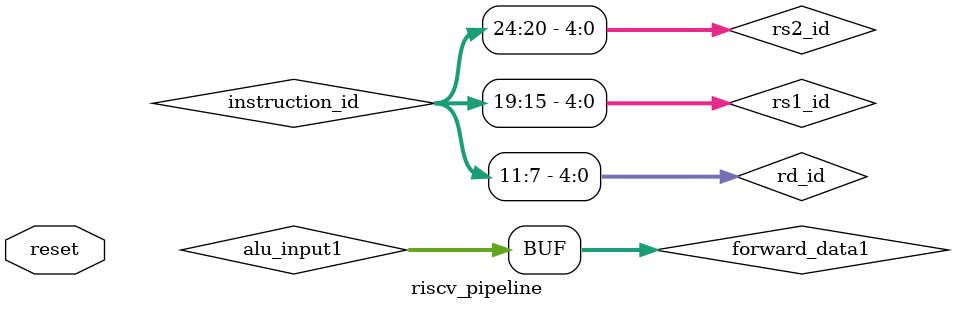
<source format=v>
`include "ClockGenerator/clock_gen.v"
`include "InstructionMemory/InstructionMemory.v"
`include "DataMemory/DataMemory.v"

`include "Registers/PC.v"
`include "Registers/Registers.v"

// ============ CONTROL ============
`include "Pipeline/ControlUnit_Pipeline.v"
`include "ImmediateGenerator/immediateG.v"
`include "Pipeline/ALU_Control_Pipeline.v"

// ============ ALU & OPERATIONS ============
`include "ALU/operations/and.v"
`include "ALU/operations/or.v"
`include "ALU/operations/srl.v"
`include "ALU/operations/sub.v"
`include "ALU/operations/sum.v"
`include "ALU/ALU.v"

// ============ MUX ============
`include "mux/mux.v"

// ============ PIPELINE REGISTERS ============
`include "Pipeline/IF_ID_Register.v"
`include "Pipeline/ID_EX_Register.v"
`include "Pipeline/EX_MEM_Register.v"
`include "Pipeline/MEM_WB_Register.v"

// ============ HAZARD CONTROL ============
`include "Pipeline/HazardDetection.v"
`include "Pipeline/ForwardingUnit.v"
`include "Pipeline/BranchControl.v"
`include "Pipeline/ForwardingMux.v"

module riscv_pipeline (
    input reset
);
    // ============ CLOCK ============
    wire clk;
    ClockGen clkgen (.clk(clk));

    // ============ CONTROL SIGNALS ============
    wire PCWrite, IF_ID_Write, ControlMux;
    wire IF_ID_Flush, ID_EX_Flush, PCSrc;

    // ============ IF STAGE ============
    wire [31:0] pc_current, pc_next, pc_plus4;
    wire [31:0] instruction_if;
    wire [31:0] branch_target_mem;
    
    // PC MUX
    mux pc_src_mux (
        .A(branch_target_mem),
        .B(pc_plus4),
        .select(PCSrc),
        .result(pc_next)
    );
    
    PC program_counter (
        .datain(pc_next),
        .dataout(pc_current),
        .enable(PCWrite),
        .reset(reset),
        .clk(clk)
    );
    
    sum pc_adder (
        .A(pc_current),
        .B(32'd4),
        .result(pc_plus4)
    );
    
    InstructionMemory inst_mem (
        .PC(pc_current),
        .instruction(instruction_if)
    );

    // ============ IF/ID REGISTER ============
    wire [31:0] pc_id, instruction_id;
    
    IF_ID_Register if_id_reg (
        .clk(clk),
        .reset(reset),
        .stall(~IF_ID_Write),
        .flush(IF_ID_Flush),
        .pc_in(pc_current),
        .instruction_in(instruction_if),
        .pc_out(pc_id),
        .instruction_out(instruction_id)
    );

    // ============ ID STAGE ============
    wire [31:0] read_data1_id, read_data2_id, immediate_id;
    wire [4:0] rs1_id, rs2_id, rd_id;
    wire [3:0] funct_id;
    
    // Control signals from control unit
    wire RegWrite_id, MemToReg_id, MemRead_id, MemWrite_id;
    wire ALUSrc_id, Branch_id, Jump_id;
    wire [1:0] ALUOp_id;
    
    assign rs1_id = instruction_id[19:15];
    assign rs2_id = instruction_id[24:20];
    assign rd_id = instruction_id[11:7];
    assign funct_id = {instruction_id[30], instruction_id[14:12]};
    
    ControlUnit_Pipeline control_unit (
        .Op(instruction_id[6:0]),
        .RegWrite(RegWrite_id),
        .MemToReg(MemToReg_id),
        .MemRead(MemRead_id),
        .MemWrite(MemWrite_id),
        .ALUSrc(ALUSrc_id),
        .Branch(Branch_id),
        .Jump(Jump_id),
        .ALUOp(ALUOp_id)
    );
    
    immediateG imm_gen (
        .instruction(instruction_id),
        .immediate(immediate_id)
    );
    
    // Write-back data (from WB stage)
    wire [31:0] write_data_wb;
    wire [4:0] rd_wb;
    wire RegWrite_wb;
    
    Registers reg_file (
        .readRegister1(rs1_id),
        .readRegister2(rs2_id),
        .writeRegister(rd_wb),
        .writeData(write_data_wb),
        .regWrite(RegWrite_wb),
        .clk(clk),
        .readData1(read_data1_id),
        .readData2(read_data2_id)
    );

    // ============ HAZARD DETECTION ============
    wire ID_EX_MemRead;
    wire [4:0] ID_EX_rd;
    
    // Inicialização para evitar valores indefinidos
    assign ID_EX_MemRead = (reset) ? 1'b0 : MemRead_ex;
    assign ID_EX_rd = (reset) ? 5'b0 : rd_ex;
    
    HazardDetection hazard_unit (
        .ID_EX_MemRead(ID_EX_MemRead),
        .ID_EX_rd(ID_EX_rd),
        .IF_ID_rs1(rs1_id),
        .IF_ID_rs2(rs2_id),
        .PCWrite(PCWrite),
        .IF_ID_Write(IF_ID_Write),
        .ControlMux(ControlMux)
    );

    // Control MUX (para inserir bolhas)
    wire RegWrite_id_mux, MemToReg_id_mux, MemRead_id_mux, MemWrite_id_mux;
    wire ALUSrc_id_mux, Branch_id_mux, Jump_id_mux;
    wire [1:0] ALUOp_id_mux;
    
    assign RegWrite_id_mux = ControlMux ? 1'b0 : RegWrite_id;
    assign MemToReg_id_mux = ControlMux ? 1'b0 : MemToReg_id;
    assign MemRead_id_mux = ControlMux ? 1'b0 : MemRead_id;
    assign MemWrite_id_mux = ControlMux ? 1'b0 : MemWrite_id;
    assign ALUSrc_id_mux = ControlMux ? 1'b0 : ALUSrc_id;
    assign Branch_id_mux = ControlMux ? 1'b0 : Branch_id;
    assign Jump_id_mux = ControlMux ? 1'b0 : Jump_id;
    assign ALUOp_id_mux = ControlMux ? 2'b00 : ALUOp_id;

    // ============ ID/EX REGISTER ============
    wire [31:0] pc_ex, read_data1_ex, read_data2_ex, immediate_ex;
    wire [4:0] rs1_ex, rs2_ex, rd_ex;
    wire [3:0] funct_ex;
    wire RegWrite_ex, MemToReg_ex, MemRead_ex, MemWrite_ex;
    wire ALUSrc_ex, Branch_ex, Jump_ex;
    wire [1:0] ALUOp_ex;
    
    ID_EX_Register id_ex_reg (
        .clk(clk),
        .reset(reset),
        .flush(ID_EX_Flush),
        .RegWrite_in(RegWrite_id_mux),
        .MemToReg_in(MemToReg_id_mux),
        .MemRead_in(MemRead_id_mux),
        .MemWrite_in(MemWrite_id_mux),
        .ALUSrc_in(ALUSrc_id_mux),
        .Branch_in(Branch_id_mux),
        .Jump_in(Jump_id_mux),
        .ALUOp_in(ALUOp_id_mux),
        .pc_in(pc_id),
        .read_data1_in(read_data1_id),
        .read_data2_in(read_data2_id),
        .immediate_in(immediate_id),
        .rs1_in(rs1_id),
        .rs2_in(rs2_id),
        .rd_in(rd_id),
        .funct_in(funct_id),
        .RegWrite_out(RegWrite_ex),
        .MemToReg_out(MemToReg_ex),
        .MemRead_out(MemRead_ex),
        .MemWrite_out(MemWrite_ex),
        .ALUSrc_out(ALUSrc_ex),
        .Branch_out(Branch_ex),
        .Jump_out(Jump_ex),
        .ALUOp_out(ALUOp_ex),
        .pc_out(pc_ex),
        .read_data1_out(read_data1_ex),
        .read_data2_out(read_data2_ex),
        .immediate_out(immediate_ex),
        .rs1_out(rs1_ex),
        .rs2_out(rs2_ex),
        .rd_out(rd_ex),
        .funct_out(funct_ex)
    );

    // ============ EX STAGE ============
    wire [31:0] alu_input1, alu_input2, alu_result;
    wire [3:0] alu_control;
    wire zero;
    wire [31:0] branch_target;
    
    // Forwarding signals
    wire [1:0] ForwardA, ForwardB;
    wire [31:0] forward_data1, forward_data2;
    wire [31:0] ex_mem_alu_result;
    wire EX_MEM_RegWrite_conn;
    wire [4:0] EX_MEM_rd_conn;
    
    ForwardingUnit forward_unit (
        .EX_MEM_RegWrite(EX_MEM_RegWrite_conn),
        .EX_MEM_rd(EX_MEM_rd_conn),
        .MEM_WB_RegWrite(RegWrite_wb),
        .MEM_WB_rd(rd_wb),
        .ID_EX_rs1(rs1_ex),
        .ID_EX_rs2(rs2_ex),
        .ForwardA(ForwardA),
        .ForwardB(ForwardB)
    );
    
    ForwardingMux forward_mux_a (
        .reg_data(read_data1_ex),
        .mem_wb_data(write_data_wb),
        .ex_mem_data(ex_mem_alu_result),
        .forward_sel(ForwardA),
        .result(forward_data1)
    );
    
    ForwardingMux forward_mux_b (
        .reg_data(read_data2_ex),
        .mem_wb_data(write_data_wb),
        .ex_mem_data(ex_mem_alu_result),
        .forward_sel(ForwardB),
        .result(forward_data2)
    );
    
    assign alu_input1 = forward_data1;
    
    mux alu_src_mux (
        .A(immediate_ex),
        .B(forward_data2),
        .select(ALUSrc_ex),
        .result(alu_input2)
    );
    
    ALU_Control_Pipeline alu_ctrl (
        .ALUOp(ALUOp_ex),
        .funct(funct_ex),
        .operation(alu_control)
    );
    
    ALU alu_unit (
        .A(alu_input1),
        .B(alu_input2),
        .ALUOp(alu_control),
        .result(alu_result),
        .zero(zero)
    );
    
    sum branch_adder (
        .A(pc_ex),
        .B(immediate_ex),
        .result(branch_target)
    );

    // ============ EX/MEM REGISTER ============
    wire [31:0] alu_result_mem, write_data_mem;
    wire [4:0] rd_mem;
    wire RegWrite_mem, MemToReg_mem, MemRead_mem, MemWrite_mem;
    wire Branch_mem, Jump_mem, zero_mem;
    
    EX_MEM_Register ex_mem_reg (
        .clk(clk),
        .reset(reset),
        .RegWrite_in(RegWrite_ex),
        .MemToReg_in(MemToReg_ex),
        .MemRead_in(MemRead_ex),
        .MemWrite_in(MemWrite_ex),
        .Branch_in(Branch_ex),
        .Jump_in(Jump_ex),
        .branch_target_in(branch_target),
        .alu_result_in(alu_result),
        .write_data_in(forward_data2),
        .rd_in(rd_ex),
        .zero_in(zero),
        .RegWrite_out(RegWrite_mem),
        .MemToReg_out(MemToReg_mem),
        .MemRead_out(MemRead_mem),
        .MemWrite_out(MemWrite_mem),
        .Branch_out(Branch_mem),
        .Jump_out(Jump_mem),
        .branch_target_out(branch_target_mem),
        .alu_result_out(alu_result_mem),
        .write_data_out(write_data_mem),
        .rd_out(rd_mem),
        .zero_out(zero_mem)
    );
    
    assign ex_mem_alu_result = alu_result_mem;
    assign EX_MEM_RegWrite_conn = RegWrite_mem;
    assign EX_MEM_rd_conn = rd_mem;

    // ============ MEM STAGE ============
    wire [31:0] read_data_mem;
    
    data_memory data_mem (
        .clk(clk),
        .mem_read(MemRead_mem),
        .mem_write(MemWrite_mem),
        .endereco(alu_result_mem),
        .write_data(write_data_mem),
        .read_data(read_data_mem)
    );
    
    BranchControl branch_ctrl (
        .Branch(reset ? 1'b0 : Branch_mem),
        .Jump(reset ? 1'b0 : Jump_mem),
        .zero(reset ? 1'b0 : zero_mem),
        .PCSrc(PCSrc),
        .IF_ID_Flush(IF_ID_Flush),
        .ID_EX_Flush(ID_EX_Flush)
    );

    // ============ MEM/WB REGISTER ============
    wire [31:0] read_data_wb, alu_result_wb;
    wire MemToReg_wb;
    
    MEM_WB_Register mem_wb_reg (
        .clk(clk),
        .reset(reset),
        .RegWrite_in(RegWrite_mem),
        .MemToReg_in(MemToReg_mem),
        .read_data_in(read_data_mem),
        .alu_result_in(alu_result_mem),
        .rd_in(rd_mem),
        .RegWrite_out(RegWrite_wb),
        .MemToReg_out(MemToReg_wb),
        .read_data_out(read_data_wb),
        .alu_result_out(alu_result_wb),
        .rd_out(rd_wb)
    );

    // ============ WB STAGE ============
    mux wb_mux (
        .A(read_data_wb),
        .B(alu_result_wb),
        .select(MemToReg_wb),
        .result(write_data_wb)
    );

endmodule

</source>
